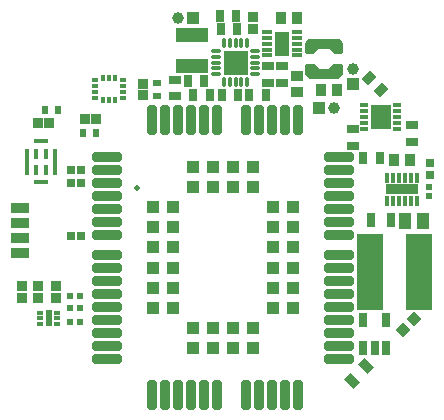
<source format=gts>
G04*
G04 #@! TF.GenerationSoftware,Altium Limited,Altium NEXUS,3.0.10 (100)*
G04*
G04 Layer_Color=8388736*
%FSLAX44Y44*%
%MOMM*%
G71*
G01*
G75*
%ADD20R,0.3500X0.5750*%
%ADD21R,0.5750X0.3500*%
%ADD26R,0.4000X0.9500*%
%ADD27R,0.3500X2.3000*%
%ADD28R,1.3000X0.3500*%
G04:AMPARAMS|DCode=50|XSize=0.95mm|YSize=0.85mm|CornerRadius=0mm|HoleSize=0mm|Usage=FLASHONLY|Rotation=135.000|XOffset=0mm|YOffset=0mm|HoleType=Round|Shape=Rectangle|*
%AMROTATEDRECTD50*
4,1,4,0.6364,-0.0354,0.0354,-0.6364,-0.6364,0.0354,-0.0354,0.6364,0.6364,-0.0354,0.0*
%
%ADD50ROTATEDRECTD50*%

%ADD54R,1.0000X1.0000*%
%ADD55R,1.0000X1.0000*%
%ADD58R,0.5500X0.5500*%
G04:AMPARAMS|DCode=63|XSize=0.9mm|YSize=1.6mm|CornerRadius=0.25mm|HoleSize=0mm|Usage=FLASHONLY|Rotation=90.000|XOffset=0mm|YOffset=0mm|HoleType=Round|Shape=RoundedRectangle|*
%AMROUNDEDRECTD63*
21,1,0.9000,1.1000,0,0,90.0*
21,1,0.4000,1.6000,0,0,90.0*
1,1,0.5000,0.5500,0.2000*
1,1,0.5000,0.5500,-0.2000*
1,1,0.5000,-0.5500,-0.2000*
1,1,0.5000,-0.5500,0.2000*
%
%ADD63ROUNDEDRECTD63*%
%ADD64O,0.9000X0.3500*%
%ADD65O,0.3500X0.9000*%
%ADD66R,2.1500X2.1500*%
%ADD67R,0.8600X0.8200*%
%ADD68R,0.5200X0.7200*%
%ADD69R,0.8200X0.8600*%
%ADD70R,0.7200X0.5200*%
%ADD71R,1.0300X1.4700*%
%ADD72R,2.7000X0.8900*%
%ADD73R,0.3500X0.8500*%
%ADD74R,0.7500X1.1500*%
%ADD75R,0.8000X1.0000*%
%ADD76R,0.9500X1.0500*%
%ADD77R,0.7500X0.7500*%
%ADD78R,2.7200X1.1900*%
%ADD79R,0.5500X0.5500*%
%ADD80R,1.0000X0.8000*%
%ADD81R,0.9000X0.3800*%
%ADD82R,1.3000X2.1000*%
%ADD83R,1.0500X0.9500*%
G04:AMPARAMS|DCode=84|XSize=0.985mm|YSize=0.8mm|CornerRadius=0.0535mm|HoleSize=0mm|Usage=FLASHONLY|Rotation=90.000|XOffset=0mm|YOffset=0mm|HoleType=Round|Shape=RoundedRectangle|*
%AMROUNDEDRECTD84*
21,1,0.9850,0.6930,0,0,90.0*
21,1,0.8780,0.8000,0,0,90.0*
1,1,0.1070,0.3465,0.4390*
1,1,0.1070,0.3465,-0.4390*
1,1,0.1070,-0.3465,-0.4390*
1,1,0.1070,-0.3465,0.4390*
%
%ADD84ROUNDEDRECTD84*%
G04:AMPARAMS|DCode=85|XSize=0.461mm|YSize=0.461mm|CornerRadius=0.0518mm|HoleSize=0mm|Usage=FLASHONLY|Rotation=315.000|XOffset=0mm|YOffset=0mm|HoleType=Round|Shape=RoundedRectangle|*
%AMROUNDEDRECTD85*
21,1,0.4610,0.3574,0,0,315.0*
21,1,0.3574,0.4610,0,0,315.0*
1,1,0.1036,0.0000,-0.2527*
1,1,0.1036,-0.2527,0.0000*
1,1,0.1036,0.0000,0.2527*
1,1,0.1036,0.2527,0.0000*
%
%ADD85ROUNDEDRECTD85*%
G04:AMPARAMS|DCode=86|XSize=0.637mm|YSize=0.637mm|CornerRadius=0.0527mm|HoleSize=0mm|Usage=FLASHONLY|Rotation=315.000|XOffset=0mm|YOffset=0mm|HoleType=Round|Shape=RoundedRectangle|*
%AMROUNDEDRECTD86*
21,1,0.6370,0.5316,0,0,315.0*
21,1,0.5316,0.6370,0,0,315.0*
1,1,0.1054,0.0000,-0.3759*
1,1,0.1054,-0.3759,0.0000*
1,1,0.1054,0.0000,0.3759*
1,1,0.1054,0.3759,0.0000*
%
%ADD86ROUNDEDRECTD86*%
G04:AMPARAMS|DCode=87|XSize=0.637mm|YSize=0.637mm|CornerRadius=0.0527mm|HoleSize=0mm|Usage=FLASHONLY|Rotation=225.000|XOffset=0mm|YOffset=0mm|HoleType=Round|Shape=RoundedRectangle|*
%AMROUNDEDRECTD87*
21,1,0.6370,0.5316,0,0,225.0*
21,1,0.5316,0.6370,0,0,225.0*
1,1,0.1054,-0.3759,0.0000*
1,1,0.1054,0.0000,0.3759*
1,1,0.1054,0.3759,0.0000*
1,1,0.1054,0.0000,-0.3759*
%
%ADD87ROUNDEDRECTD87*%
G04:AMPARAMS|DCode=88|XSize=0.461mm|YSize=0.461mm|CornerRadius=0.0518mm|HoleSize=0mm|Usage=FLASHONLY|Rotation=225.000|XOffset=0mm|YOffset=0mm|HoleType=Round|Shape=RoundedRectangle|*
%AMROUNDEDRECTD88*
21,1,0.4610,0.3574,0,0,225.0*
21,1,0.3574,0.4610,0,0,225.0*
1,1,0.1036,-0.2527,0.0000*
1,1,0.1036,0.0000,0.2527*
1,1,0.1036,0.2527,0.0000*
1,1,0.1036,0.0000,-0.2527*
%
%ADD88ROUNDEDRECTD88*%
G04:AMPARAMS|DCode=89|XSize=2.64mm|YSize=0.86mm|CornerRadius=0.0538mm|HoleSize=0mm|Usage=FLASHONLY|Rotation=180.000|XOffset=0mm|YOffset=0mm|HoleType=Round|Shape=RoundedRectangle|*
%AMROUNDEDRECTD89*
21,1,2.6400,0.7524,0,0,180.0*
21,1,2.5324,0.8600,0,0,180.0*
1,1,0.1076,-1.2662,0.3762*
1,1,0.1076,1.2662,0.3762*
1,1,0.1076,1.2662,-0.3762*
1,1,0.1076,-1.2662,-0.3762*
%
%ADD89ROUNDEDRECTD89*%
%ADD90R,0.7500X1.2000*%
%ADD91R,2.2500X6.4000*%
G04:AMPARAMS|DCode=92|XSize=1.15mm|YSize=0.75mm|CornerRadius=0mm|HoleSize=0mm|Usage=FLASHONLY|Rotation=135.000|XOffset=0mm|YOffset=0mm|HoleType=Round|Shape=Rectangle|*
%AMROTATEDRECTD92*
4,1,4,0.6718,-0.1414,0.1414,-0.6718,-0.6718,0.1414,-0.1414,0.6718,0.6718,-0.1414,0.0*
%
%ADD92ROTATEDRECTD92*%

%ADD93R,1.7016X2.1016*%
%ADD94R,0.7016X0.3516*%
G04:AMPARAMS|DCode=95|XSize=1mm|YSize=0.8mm|CornerRadius=0mm|HoleSize=0mm|Usage=FLASHONLY|Rotation=45.000|XOffset=0mm|YOffset=0mm|HoleType=Round|Shape=Rectangle|*
%AMROTATEDRECTD95*
4,1,4,-0.0707,-0.6364,-0.6364,-0.0707,0.0707,0.6364,0.6364,0.0707,-0.0707,-0.6364,0.0*
%
%ADD95ROTATEDRECTD95*%

%ADD96R,1.1000X1.1000*%
%ADD97R,1.1000X1.1000*%
G04:AMPARAMS|DCode=98|XSize=0.85mm|YSize=2.5mm|CornerRadius=0.2375mm|HoleSize=0mm|Usage=FLASHONLY|Rotation=270.000|XOffset=0mm|YOffset=0mm|HoleType=Round|Shape=RoundedRectangle|*
%AMROUNDEDRECTD98*
21,1,0.8500,2.0250,0,0,270.0*
21,1,0.3750,2.5000,0,0,270.0*
1,1,0.4750,-1.0125,-0.1875*
1,1,0.4750,-1.0125,0.1875*
1,1,0.4750,1.0125,0.1875*
1,1,0.4750,1.0125,-0.1875*
%
%ADD98ROUNDEDRECTD98*%
G04:AMPARAMS|DCode=99|XSize=0.85mm|YSize=2.5mm|CornerRadius=0.2375mm|HoleSize=0mm|Usage=FLASHONLY|Rotation=0.000|XOffset=0mm|YOffset=0mm|HoleType=Round|Shape=RoundedRectangle|*
%AMROUNDEDRECTD99*
21,1,0.8500,2.0250,0,0,0.0*
21,1,0.3750,2.5000,0,0,0.0*
1,1,0.4750,0.1875,-1.0125*
1,1,0.4750,-0.1875,-1.0125*
1,1,0.4750,-0.1875,1.0125*
1,1,0.4750,0.1875,1.0125*
%
%ADD99ROUNDEDRECTD99*%
%ADD100R,0.6500X0.6500*%
%ADD101R,0.5900X0.3900*%
%ADD102R,0.5700X1.3300*%
%ADD103R,0.8400X0.8800*%
%ADD104C,0.1000*%
%ADD105C,1.0000*%
%ADD106C,0.5000*%
D20*
X85250Y302875D02*
D03*
X90250D02*
D03*
X95250D02*
D03*
Y284625D02*
D03*
X90250D02*
D03*
X85250D02*
D03*
D21*
X101875Y301250D02*
D03*
Y296250D02*
D03*
Y291250D02*
D03*
Y286250D02*
D03*
X78625D02*
D03*
Y291250D02*
D03*
Y296250D02*
D03*
Y301250D02*
D03*
D26*
X36750Y225500D02*
D03*
X28250D02*
D03*
X36750Y239000D02*
D03*
X28250D02*
D03*
D27*
X44750Y232250D02*
D03*
X20250D02*
D03*
D28*
X32500Y215000D02*
D03*
Y249500D02*
D03*
D50*
X348273Y99023D02*
D03*
X338727Y89477D02*
D03*
D54*
X160850Y354250D02*
D03*
X268150Y277750D02*
D03*
D55*
X296250Y298150D02*
D03*
D58*
X65336Y118506D02*
D03*
X57336D02*
D03*
X65336Y108006D02*
D03*
X57336D02*
D03*
X65336Y96815D02*
D03*
X57336D02*
D03*
D63*
X15000Y193400D02*
D03*
Y180700D02*
D03*
Y168000D02*
D03*
Y155300D02*
D03*
D64*
X181000Y326250D02*
D03*
Y321250D02*
D03*
Y316250D02*
D03*
Y311250D02*
D03*
Y306250D02*
D03*
X213500D02*
D03*
Y311250D02*
D03*
Y316250D02*
D03*
Y321250D02*
D03*
Y326250D02*
D03*
D65*
X187250Y300000D02*
D03*
X192250D02*
D03*
X197250D02*
D03*
X202250D02*
D03*
X207250D02*
D03*
Y332500D02*
D03*
X202250D02*
D03*
X197250D02*
D03*
X192250D02*
D03*
X187250D02*
D03*
D66*
X197250Y316250D02*
D03*
D67*
X79300Y268000D02*
D03*
X69700D02*
D03*
X29700Y265250D02*
D03*
X39300D02*
D03*
D68*
X79000Y256250D02*
D03*
X68000D02*
D03*
X35750Y276250D02*
D03*
X46750D02*
D03*
D69*
X118500Y288700D02*
D03*
Y298300D02*
D03*
X212000Y344950D02*
D03*
Y354550D02*
D03*
D70*
X130500Y288000D02*
D03*
Y299000D02*
D03*
D71*
X356100Y182000D02*
D03*
X340400D02*
D03*
D72*
X338000Y209000D02*
D03*
D73*
X350500Y218700D02*
D03*
X345500D02*
D03*
X340500D02*
D03*
X335500D02*
D03*
X330500D02*
D03*
X325500D02*
D03*
X350500Y199300D02*
D03*
X345500D02*
D03*
X340500Y199300D02*
D03*
X335500D02*
D03*
X330500Y199300D02*
D03*
X325500D02*
D03*
D74*
X329250Y183000D02*
D03*
X312250Y183000D02*
D03*
D75*
X184555Y344364D02*
D03*
X198556D02*
D03*
X183750Y355750D02*
D03*
X197750D02*
D03*
X156750Y301000D02*
D03*
X170750D02*
D03*
X209000Y288750D02*
D03*
X223000D02*
D03*
X185500D02*
D03*
X199500D02*
D03*
X161250D02*
D03*
X175250D02*
D03*
X319250Y235000D02*
D03*
X305250D02*
D03*
D76*
X344500Y234000D02*
D03*
X331000D02*
D03*
X269250Y293250D02*
D03*
X282750D02*
D03*
X249250Y354250D02*
D03*
X235750D02*
D03*
D77*
X361500Y221000D02*
D03*
Y231000D02*
D03*
D78*
X160750Y313700D02*
D03*
Y339800D02*
D03*
D79*
X361000Y211250D02*
D03*
X361000Y203250D02*
D03*
D80*
X146250Y287750D02*
D03*
Y301750D02*
D03*
X224750Y313250D02*
D03*
Y299250D02*
D03*
X236750Y299000D02*
D03*
Y313000D02*
D03*
X296250Y245750D02*
D03*
Y259750D02*
D03*
X346750Y263250D02*
D03*
Y249250D02*
D03*
D81*
X249250Y332250D02*
D03*
X249250Y342250D02*
D03*
X249250Y337250D02*
D03*
Y327250D02*
D03*
X249250Y322250D02*
D03*
X224250D02*
D03*
Y327250D02*
D03*
Y337250D02*
D03*
Y342250D02*
D03*
Y332250D02*
D03*
D82*
X236750D02*
D03*
D83*
X249000Y304500D02*
D03*
Y291000D02*
D03*
D84*
X283725Y309704D02*
D03*
X260275D02*
D03*
Y328796D02*
D03*
X283725D02*
D03*
D85*
X284676Y305296D02*
D03*
X259324Y333204D02*
D03*
D86*
X280256Y310341D02*
D03*
X263744Y328159D02*
D03*
D87*
Y310341D02*
D03*
X280256Y328159D02*
D03*
D88*
X259324Y305296D02*
D03*
X284676Y333204D02*
D03*
D89*
X272000Y306550D02*
D03*
Y331950D02*
D03*
D90*
X305500Y74500D02*
D03*
X315000D02*
D03*
X324500D02*
D03*
Y98500D02*
D03*
X305500D02*
D03*
D91*
X352500Y138500D02*
D03*
X311000D02*
D03*
D92*
X308010Y59010D02*
D03*
X295990Y46990D02*
D03*
D93*
X319950Y270000D02*
D03*
D94*
X333950Y280000D02*
D03*
Y275000D02*
D03*
Y270000D02*
D03*
Y265000D02*
D03*
Y260000D02*
D03*
X305950D02*
D03*
Y265000D02*
D03*
Y270000D02*
D03*
Y275000D02*
D03*
Y280000D02*
D03*
D95*
X310050Y303100D02*
D03*
X319950Y293201D02*
D03*
D96*
X161250Y227690D02*
D03*
X178250D02*
D03*
X195250D02*
D03*
X161250Y210690D02*
D03*
X178250Y210690D02*
D03*
X195250D02*
D03*
X212250Y91690D02*
D03*
X195250Y91690D02*
D03*
X178250D02*
D03*
X161250Y91690D02*
D03*
X212250Y74690D02*
D03*
X195250D02*
D03*
X178250D02*
D03*
X161250D02*
D03*
X212250Y210690D02*
D03*
Y227690D02*
D03*
X229250Y108690D02*
D03*
Y125690D02*
D03*
Y142690D02*
D03*
Y159690D02*
D03*
Y176690D02*
D03*
Y193690D02*
D03*
X144250Y193690D02*
D03*
Y176690D02*
D03*
Y159690D02*
D03*
Y142690D02*
D03*
Y125690D02*
D03*
Y108690D02*
D03*
D97*
X246250Y108690D02*
D03*
Y125690D02*
D03*
Y142690D02*
D03*
Y159690D02*
D03*
Y176690D02*
D03*
Y193690D02*
D03*
X127250Y193690D02*
D03*
Y176690D02*
D03*
Y159690D02*
D03*
Y142690D02*
D03*
Y125690D02*
D03*
Y108690D02*
D03*
D98*
X284750Y65190D02*
D03*
Y76190D02*
D03*
Y87190D02*
D03*
Y98190D02*
D03*
Y109190D02*
D03*
Y120190D02*
D03*
Y131190D02*
D03*
Y142190D02*
D03*
Y153190D02*
D03*
Y170190D02*
D03*
Y181190D02*
D03*
Y192190D02*
D03*
Y203190D02*
D03*
Y214190D02*
D03*
Y225190D02*
D03*
Y236190D02*
D03*
X88750Y153190D02*
D03*
Y236190D02*
D03*
Y225190D02*
D03*
X88750Y214190D02*
D03*
X88750Y203190D02*
D03*
Y192190D02*
D03*
Y181190D02*
D03*
Y170190D02*
D03*
Y142190D02*
D03*
Y131190D02*
D03*
Y120190D02*
D03*
Y109190D02*
D03*
Y98190D02*
D03*
Y87190D02*
D03*
Y76190D02*
D03*
Y65190D02*
D03*
D99*
X250250Y267690D02*
D03*
X239250Y267690D02*
D03*
X228250Y267690D02*
D03*
X217250Y267690D02*
D03*
X206250Y267690D02*
D03*
X181250Y267690D02*
D03*
X170250Y267690D02*
D03*
X159250D02*
D03*
X148250D02*
D03*
X137250D02*
D03*
X126250D02*
D03*
Y34690D02*
D03*
X137250Y34690D02*
D03*
X148250Y34690D02*
D03*
X159250Y34690D02*
D03*
X170250Y34690D02*
D03*
X181250Y34690D02*
D03*
X206250Y34690D02*
D03*
X217250Y34690D02*
D03*
X228250Y34690D02*
D03*
X239250Y34690D02*
D03*
X250250Y34690D02*
D03*
D100*
X66750Y169500D02*
D03*
X57750D02*
D03*
X57750Y214500D02*
D03*
X66750D02*
D03*
X57750Y225190D02*
D03*
X66750D02*
D03*
D101*
X45775Y94565D02*
D03*
Y99565D02*
D03*
X45775Y104565D02*
D03*
X31975Y94565D02*
D03*
Y99565D02*
D03*
Y104565D02*
D03*
D102*
X38875Y99565D02*
D03*
D103*
X44875Y116850D02*
D03*
X44875Y126650D02*
D03*
X30375Y116850D02*
D03*
Y126650D02*
D03*
X16435Y116850D02*
D03*
Y126650D02*
D03*
D104*
X27700Y199750D02*
D03*
X27700Y148950D02*
D03*
X27700Y161650D02*
D03*
X27700Y187050D02*
D03*
X27700Y174350D02*
D03*
D105*
X148150Y354250D02*
D03*
X280850Y277750D02*
D03*
X296250Y310850D02*
D03*
D106*
X113950Y209918D02*
D03*
M02*

</source>
